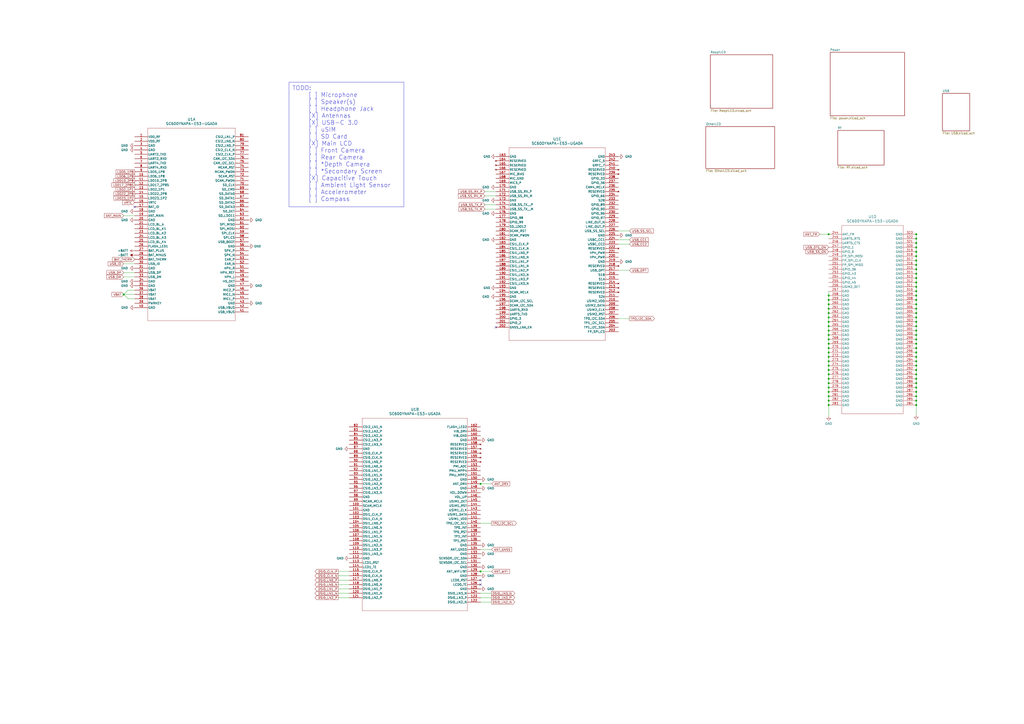
<source format=kicad_sch>
(kicad_sch (version 20230121) (generator eeschema)
  (paper "A2")
  (title_block (title "FusionX") (date "2023-08-17") (rev "1") (company "NoahGWood") (comment 1 "License: The Unlicense") (comment 2 "twitch.tv/u/noahgwood") (comment 3 "Developed Live On:") (comment 4 "SC600Y Based Smartphone"))
  (lib_symbols
    (symbol "deeznutz:SC600YNAPA-E53-UGADA" (pin_names (offset 0.254))
      (property "Reference" "U" (at 33.02 10.16 0))
      (property "Value" "SC600YNAPA-E53-UGADA" (at 33.02 7.62 0))
      (symbol "SC600YNAPA-E53-UGADA_1_1"
        (polyline (pts (xy 7.62 -106.68) (xy 58.42 -106.68)) (stroke (width 0.127)))
        (polyline (pts (xy 7.62 5.08) (xy 7.62 -106.68)) (stroke (width 0.127)))
        (polyline (pts (xy 58.42 -106.68) (xy 58.42 5.08)) (stroke (width 0.127)))
        (polyline (pts (xy 58.42 5.08) (xy 7.62 5.08)) (stroke (width 0.127)))
        (pin power_in line (at 0 0 0) (length 7.62) (name "VDD_RF") (number "1"))
        (pin power_in line (at 0 -22.86 0) (length 7.62) (name "LDO6_1P8") (number "10"))
        (pin power_in line (at 0 -25.4 0) (length 7.62) (name "LDO10_2P8") (number "11"))
        (pin power_in line (at 0 -27.94 0) (length 7.62) (name "LDO17_2P85") (number "12"))
        (pin power_in line (at 0 -30.48 0) (length 7.62) (name "LDO2_1P1") (number "13"))
        (pin power_in line (at 0 -33.02 0) (length 7.62) (name "LDO22_2P8") (number "14"))
        (pin power_in line (at 0 -35.56 0) (length 7.62) (name "LDO23_1P2") (number "15"))
        (pin power_in line (at 0 -38.1 0) (length 7.62) (name "VRTC") (number "16"))
        (pin input line (at 0 -40.64 0) (length 7.62) (name "BAT_ID") (number "17"))
        (pin power_out line (at 0 -43.18 0) (length 7.62) (name "GND") (number "18"))
        (pin bidirectional line (at 0 -45.72 0) (length 7.62) (name "ANT_MAIN") (number "19"))
        (pin power_in line (at 0 -2.54 0) (length 7.62) (name "VDD_RF") (number "2"))
        (pin power_out line (at 0 -48.26 0) (length 7.62) (name "GND") (number "20"))
        (pin power_in line (at 0 -50.8 0) (length 7.62) (name "LCD_BL_A") (number "21"))
        (pin input line (at 0 -53.34 0) (length 7.62) (name "LCD_BL_K1") (number "22"))
        (pin input line (at 0 -55.88 0) (length 7.62) (name "LCD_BL_K2") (number "23"))
        (pin input line (at 0 -58.42 0) (length 7.62) (name "LCD_BL_K3") (number "24"))
        (pin input line (at 0 -60.96 0) (length 7.62) (name "LCD_BL_K4") (number "25"))
        (pin output line (at 0 -63.5 0) (length 7.62) (name "FLASH_LED1") (number "26"))
        (pin input line (at 0 -66.04 0) (length 7.62) (name "BAT_PLUS") (number "27"))
        (pin input line (at 0 -68.58 0) (length 7.62) (name "BAT_MINUS") (number "28"))
        (pin input line (at 0 -71.12 0) (length 7.62) (name "BAT_THERM") (number "29"))
        (pin power_out line (at 0 -5.08 0) (length 7.62) (name "GND") (number "3"))
        (pin input line (at 0 -73.66 0) (length 7.62) (name "USB_ID") (number "30"))
        (pin power_out line (at 0 -76.2 0) (length 7.62) (name "GND") (number "31"))
        (pin bidirectional line (at 0 -78.74 0) (length 7.62) (name "USB_DP") (number "32"))
        (pin bidirectional line (at 0 -81.28 0) (length 7.62) (name "USB_DM") (number "33"))
        (pin power_out line (at 0 -83.82 0) (length 7.62) (name "GND") (number "34"))
        (pin power_out line (at 0 -86.36 0) (length 7.62) (name "GND") (number "35"))
        (pin power_in line (at 0 -88.9 0) (length 7.62) (name "VBAT") (number "36"))
        (pin power_in line (at 0 -91.44 0) (length 7.62) (name "VBAT") (number "37"))
        (pin power_in line (at 0 -93.98 0) (length 7.62) (name "VBAT") (number "38"))
        (pin input line (at 0 -96.52 0) (length 7.62) (name "PWRKEY") (number "39"))
        (pin power_out line (at 0 -7.62 0) (length 7.62) (name "GND") (number "4"))
        (pin power_out line (at 0 -99.06 0) (length 7.62) (name "GND") (number "40"))
        (pin power_in line (at 66.04 -101.6 180) (length 7.62) (name "USB_VBUS") (number "41"))
        (pin power_in line (at 66.04 -99.06 180) (length 7.62) (name "USB_VBUS") (number "42"))
        (pin power_out line (at 66.04 -96.52 180) (length 7.62) (name "GND") (number "43"))
        (pin input line (at 66.04 -93.98 180) (length 7.62) (name "MIC1_P") (number "44"))
        (pin input line (at 66.04 -91.44 180) (length 7.62) (name "MIC1_N") (number "45"))
        (pin input line (at 66.04 -88.9 180) (length 7.62) (name "MIC2_P") (number "46"))
        (pin power_out line (at 66.04 -86.36 180) (length 7.62) (name "GND") (number "47"))
        (pin input line (at 66.04 -83.82 180) (length 7.62) (name "HS_DET") (number "48"))
        (pin output line (at 66.04 -81.28 180) (length 7.62) (name "HPH_L") (number "49"))
        (pin output line (at 0 -10.16 0) (length 7.62) (name "UART2_TXD") (number "5"))
        (pin input line (at 66.04 -78.74 180) (length 7.62) (name "HPH_REF") (number "50"))
        (pin output line (at 66.04 -76.2 180) (length 7.62) (name "HPH_R") (number "51"))
        (pin output line (at 66.04 -73.66 180) (length 7.62) (name "EAR_N") (number "52"))
        (pin output line (at 66.04 -71.12 180) (length 7.62) (name "EAR_P") (number "53"))
        (pin output line (at 66.04 -68.58 180) (length 7.62) (name "SPK_N") (number "54"))
        (pin output line (at 66.04 -66.04 180) (length 7.62) (name "SPK_P") (number "55"))
        (pin power_out line (at 66.04 -63.5 180) (length 7.62) (name "GND") (number "56"))
        (pin input line (at 66.04 -60.96 180) (length 7.62) (name "USB_BOOT") (number "57"))
        (pin output line (at 66.04 -58.42 180) (length 7.62) (name "SPI_CS") (number "58"))
        (pin output line (at 66.04 -55.88 180) (length 7.62) (name "SPI_CLK") (number "59"))
        (pin input line (at 0 -12.7 0) (length 7.62) (name "UART2_RXD") (number "6"))
        (pin output line (at 66.04 -53.34 180) (length 7.62) (name "SPI_MOSI") (number "60"))
        (pin input line (at 66.04 -50.8 180) (length 7.62) (name "SPI_MISO") (number "61"))
        (pin power_out line (at 66.04 -48.26 180) (length 7.62) (name "GND") (number "62"))
        (pin power_in line (at 66.04 -45.72 180) (length 7.62) (name "SD_LDO11") (number "63"))
        (pin input line (at 66.04 -43.18 180) (length 7.62) (name "SD_DET") (number "64"))
        (pin bidirectional line (at 66.04 -40.64 180) (length 7.62) (name "SD_DATA3") (number "65"))
        (pin bidirectional line (at 66.04 -38.1 180) (length 7.62) (name "SD_DATA2") (number "66"))
        (pin bidirectional line (at 66.04 -35.56 180) (length 7.62) (name "SD_DATA1") (number "67"))
        (pin bidirectional line (at 66.04 -33.02 180) (length 7.62) (name "SD_DATA0") (number "68"))
        (pin bidirectional line (at 66.04 -30.48 180) (length 7.62) (name "SD_CMD") (number "69"))
        (pin output line (at 0 -15.24 0) (length 7.62) (name "UART4_TXD") (number "7"))
        (pin output line (at 66.04 -27.94 180) (length 7.62) (name "SD_CLK") (number "70"))
        (pin output line (at 66.04 -25.4 180) (length 7.62) (name "SCAM_PWDN") (number "71"))
        (pin output line (at 66.04 -22.86 180) (length 7.62) (name "SCAM_RST") (number "72"))
        (pin output line (at 66.04 -20.32 180) (length 7.62) (name "MCAM_PWDN") (number "73"))
        (pin output line (at 66.04 -17.78 180) (length 7.62) (name "MCAM_RST") (number "74"))
        (pin unspecified line (at 66.04 -15.24 180) (length 7.62) (name "CAM_I2C_SCL") (number "75"))
        (pin unspecified line (at 66.04 -12.7 180) (length 7.62) (name "CAM_I2C_SDA") (number "76"))
        (pin output line (at 66.04 -10.16 180) (length 7.62) (name "CSI2_CLK_P") (number "77"))
        (pin output line (at 66.04 -7.62 180) (length 7.62) (name "CSI2_CLK_N") (number "78"))
        (pin input line (at 66.04 -5.08 180) (length 7.62) (name "CSI2_LN0_P") (number "79"))
        (pin input line (at 0 -17.78 0) (length 7.62) (name "UART4_RXD") (number "8"))
        (pin input line (at 66.04 -2.54 180) (length 7.62) (name "CSI2_LN0_N") (number "80"))
        (pin input line (at 66.04 0 180) (length 7.62) (name "CSI2_LN1_P") (number "81"))
        (pin power_in line (at 0 -20.32 0) (length 7.62) (name "LDO5_1P8") (number "9"))
      )
      (symbol "SC600YNAPA-E53-UGADA_2_1"
        (polyline (pts (xy 7.62 -106.68) (xy 68.58 -106.68)) (stroke (width 0.127)))
        (polyline (pts (xy 7.62 5.08) (xy 7.62 -106.68)) (stroke (width 0.127)))
        (polyline (pts (xy 68.58 -106.68) (xy 68.58 5.08)) (stroke (width 0.127)))
        (polyline (pts (xy 68.58 5.08) (xy 7.62 5.08)) (stroke (width 0.127)))
        (pin output line (at 0 -45.72 0) (length 7.62) (name "SCAM_MCLK") (number "100"))
        (pin power_out line (at 0 -48.26 0) (length 7.62) (name "GND") (number "101"))
        (pin output line (at 0 -50.8 0) (length 7.62) (name "DSI1_CLK_P") (number "102"))
        (pin output line (at 0 -53.34 0) (length 7.62) (name "DSI1_CLK_N") (number "103"))
        (pin output line (at 0 -55.88 0) (length 7.62) (name "DSI1_LN0_P") (number "104"))
        (pin output line (at 0 -58.42 0) (length 7.62) (name "DSI1_LN0_N") (number "105"))
        (pin output line (at 0 -60.96 0) (length 7.62) (name "DSI1_LN1_P") (number "106"))
        (pin output line (at 0 -63.5 0) (length 7.62) (name "DSI1_LN1_N") (number "107"))
        (pin output line (at 0 -66.04 0) (length 7.62) (name "DSI1_LN2_P") (number "108"))
        (pin output line (at 0 -68.58 0) (length 7.62) (name "DSI1_LN2_N") (number "109"))
        (pin output line (at 0 -71.12 0) (length 7.62) (name "DSI1_LN3_P") (number "110"))
        (pin output line (at 0 -73.66 0) (length 7.62) (name "DSI1_LN3_N") (number "111"))
        (pin power_out line (at 0 -76.2 0) (length 7.62) (name "GND") (number "112"))
        (pin output line (at 0 -78.74 0) (length 7.62) (name "LCD1_RST") (number "113"))
        (pin output line (at 0 -81.28 0) (length 7.62) (name "LCD1_TE") (number "114"))
        (pin output line (at 0 -83.82 0) (length 7.62) (name "DSI0_CLK_P") (number "115"))
        (pin output line (at 0 -86.36 0) (length 7.62) (name "DSI0_CLK_N") (number "116"))
        (pin output line (at 0 -88.9 0) (length 7.62) (name "DSI0_LN0_P") (number "117"))
        (pin output line (at 0 -91.44 0) (length 7.62) (name "DSI0_LN0_N") (number "118"))
        (pin output line (at 0 -93.98 0) (length 7.62) (name "DSI0_LN1_P") (number "119"))
        (pin output line (at 0 -96.52 0) (length 7.62) (name "DSI0_LN1_N") (number "120"))
        (pin output line (at 0 -99.06 0) (length 7.62) (name "DSI0_LN2_P") (number "121"))
        (pin output line (at 76.2 -101.6 180) (length 7.62) (name "DSI0_LN2_N") (number "122"))
        (pin output line (at 76.2 -99.06 180) (length 7.62) (name "DSI0_LN3_P") (number "123"))
        (pin output line (at 76.2 -96.52 180) (length 7.62) (name "DSI0_LN3_N") (number "124"))
        (pin power_out line (at 76.2 -93.98 180) (length 7.62) (name "GND") (number "125"))
        (pin input line (at 76.2 -91.44 180) (length 7.62) (name "LCD0_TE") (number "126"))
        (pin output line (at 76.2 -88.9 180) (length 7.62) (name "LCD0_RST") (number "127"))
        (pin power_out line (at 76.2 -86.36 180) (length 7.62) (name "GND") (number "128"))
        (pin bidirectional line (at 76.2 -83.82 180) (length 7.62) (name "ANT_WIFI/BT") (number "129"))
        (pin power_out line (at 76.2 -81.28 180) (length 7.62) (name "GND") (number "130"))
        (pin unspecified line (at 76.2 -78.74 180) (length 7.62) (name "SENSOR_I2C_SCL") (number "131"))
        (pin unspecified line (at 76.2 -76.2 180) (length 7.62) (name "SENSOR_I2C_SDA") (number "132"))
        (pin power_out line (at 76.2 -73.66 180) (length 7.62) (name "GND") (number "133"))
        (pin input line (at 76.2 -71.12 180) (length 7.62) (name "ANT_GNSS") (number "134"))
        (pin power_out line (at 76.2 -68.58 180) (length 7.62) (name "GND") (number "135"))
        (pin output line (at 76.2 -66.04 180) (length 7.62) (name "TP1_RST") (number "136"))
        (pin input line (at 76.2 -63.5 180) (length 7.62) (name "TP1_INT") (number "137"))
        (pin output line (at 76.2 -60.96 180) (length 7.62) (name "TP0_RST") (number "138"))
        (pin input line (at 76.2 -58.42 180) (length 7.62) (name "TP0_INT") (number "139"))
        (pin unspecified line (at 76.2 -55.88 180) (length 7.62) (name "TP0_I2C_SCL") (number "140"))
        (pin power_in line (at 76.2 -53.34 180) (length 7.62) (name "USIM1_VDD") (number "141"))
        (pin bidirectional line (at 76.2 -50.8 180) (length 7.62) (name "USIM1_DATA") (number "142"))
        (pin output line (at 76.2 -48.26 180) (length 7.62) (name "USIM1_CLK") (number "143"))
        (pin output line (at 76.2 -45.72 180) (length 7.62) (name "USIM1_RST") (number "144"))
        (pin input line (at 76.2 -43.18 180) (length 7.62) (name "USIM1_DET") (number "145"))
        (pin input line (at 76.2 -40.64 180) (length 7.62) (name "VOL_UP") (number "146"))
        (pin input line (at 76.2 -38.1 180) (length 7.62) (name "VOL_DOWN") (number "147"))
        (pin power_out line (at 76.2 -35.56 180) (length 7.62) (name "GND") (number "148"))
        (pin input line (at 76.2 -33.02 180) (length 7.62) (name "ANT_DRX") (number "149"))
        (pin power_out line (at 76.2 -30.48 180) (length 7.62) (name "GND") (number "150"))
        (pin input line (at 76.2 -27.94 180) (length 7.62) (name "PMU_MPP2") (number "151"))
        (pin output line (at 76.2 -25.4 180) (length 7.62) (name "PMU_MPP4") (number "152"))
        (pin input line (at 76.2 -22.86 180) (length 7.62) (name "PMI_ADC") (number "153"))
        (pin no_connect line (at 76.2 -20.32 180) (length 7.62) (name "RESERVED") (number "154"))
        (pin no_connect line (at 76.2 -17.78 180) (length 7.62) (name "RESERVED") (number "155"))
        (pin no_connect line (at 76.2 -15.24 180) (length 7.62) (name "RESERVED") (number "156"))
        (pin no_connect line (at 76.2 -12.7 180) (length 7.62) (name "RESERVED") (number "157"))
        (pin no_connect line (at 76.2 -10.16 180) (length 7.62) (name "RESERVED") (number "158"))
        (pin power_out line (at 76.2 -7.62 180) (length 7.62) (name "GND") (number "159"))
        (pin power_out line (at 76.2 -5.08 180) (length 7.62) (name "VIB_GND") (number "160"))
        (pin power_in line (at 76.2 -2.54 180) (length 7.62) (name "VIB_DRV") (number "161"))
        (pin output line (at 76.2 0 180) (length 7.62) (name "FLASH_LED2") (number "162"))
        (pin input line (at 0 0 0) (length 7.62) (name "CSI2_LN1_N") (number "82"))
        (pin input line (at 0 -2.54 0) (length 7.62) (name "CSI2_LN2_P") (number "83"))
        (pin input line (at 0 -5.08 0) (length 7.62) (name "CSI2_LN2_N") (number "84"))
        (pin input line (at 0 -7.62 0) (length 7.62) (name "CSI2_LN3_P") (number "85"))
        (pin input line (at 0 -10.16 0) (length 7.62) (name "CSI2_LN3_N") (number "86"))
        (pin power_out line (at 0 -12.7 0) (length 7.62) (name "GND") (number "87"))
        (pin output line (at 0 -15.24 0) (length 7.62) (name "CSI0_CLK_P") (number "88"))
        (pin output line (at 0 -17.78 0) (length 7.62) (name "CSI0_CLK_N") (number "89"))
        (pin input line (at 0 -20.32 0) (length 7.62) (name "CSI0_LN0_P") (number "90"))
        (pin input line (at 0 -22.86 0) (length 7.62) (name "CSI0_LN0_N") (number "91"))
        (pin input line (at 0 -25.4 0) (length 7.62) (name "CSI0_LN1_P") (number "92"))
        (pin input line (at 0 -27.94 0) (length 7.62) (name "CSI0_LN1_N") (number "93"))
        (pin input line (at 0 -30.48 0) (length 7.62) (name "CSI0_LN2_P") (number "94"))
        (pin input line (at 0 -33.02 0) (length 7.62) (name "CSI0_LN2_N") (number "95"))
        (pin input line (at 0 -35.56 0) (length 7.62) (name "CSI0_LN3_P") (number "96"))
        (pin input line (at 0 -38.1 0) (length 7.62) (name "CSI0_LN3_N") (number "97"))
        (pin power_out line (at 0 -40.64 0) (length 7.62) (name "GND") (number "98"))
        (pin output line (at 0 -43.18 0) (length 7.62) (name "MCAM_MCLK") (number "99"))
      )
      (symbol "SC600YNAPA-E53-UGADA_3_1"
        (polyline (pts (xy 7.62 -106.68) (xy 63.5 -106.68)) (stroke (width 0.127)))
        (polyline (pts (xy 7.62 5.08) (xy 7.62 -106.68)) (stroke (width 0.127)))
        (polyline (pts (xy 63.5 -106.68) (xy 63.5 5.08)) (stroke (width 0.127)))
        (polyline (pts (xy 63.5 5.08) (xy 7.62 5.08)) (stroke (width 0.127)))
        (pin power_out line (at 0 0 0) (length 7.62) (name "GND") (number "163"))
        (pin no_connect line (at 0 -2.54 0) (length 7.62) (name "RESERVED") (number "164"))
        (pin no_connect line (at 0 -5.08 0) (length 7.62) (name "RESERVED") (number "165"))
        (pin no_connect line (at 0 -7.62 0) (length 7.62) (name "RESERVED") (number "166"))
        (pin output line (at 0 -10.16 0) (length 7.62) (name "MIC_BIAS") (number "167"))
        (pin power_out line (at 0 -12.7 0) (length 7.62) (name "MIC_GND") (number "168"))
        (pin input line (at 0 -15.24 0) (length 7.62) (name "MIC3_P") (number "169"))
        (pin power_out line (at 0 -17.78 0) (length 7.62) (name "GND") (number "170"))
        (pin input line (at 0 -20.32 0) (length 7.62) (name "USB_SS_RX_P") (number "171"))
        (pin input line (at 0 -22.86 0) (length 7.62) (name "USB_SS_RX_M") (number "172"))
        (pin power_out line (at 0 -25.4 0) (length 7.62) (name "GND") (number "173"))
        (pin output line (at 0 -27.94 0) (length 7.62) (name "USB_SS_TX__P") (number "174"))
        (pin output line (at 0 -30.48 0) (length 7.62) (name "USB_SS_TX__M") (number "175"))
        (pin power_out line (at 0 -33.02 0) (length 7.62) (name "GND") (number "176"))
        (pin bidirectional line (at 0 -35.56 0) (length 7.62) (name "GPIO_98") (number "177"))
        (pin bidirectional line (at 0 -38.1 0) (length 7.62) (name "GPIO_99") (number "178"))
        (pin power_in line (at 0 -40.64 0) (length 7.62) (name "SD_LDO12") (number "179"))
        (pin output line (at 0 -43.18 0) (length 7.62) (name "DCAM_RST") (number "180"))
        (pin output line (at 0 -45.72 0) (length 7.62) (name "DCAM_PWDN") (number "181"))
        (pin power_out line (at 0 -48.26 0) (length 7.62) (name "GND") (number "182"))
        (pin input line (at 0 -50.8 0) (length 7.62) (name "CSI1_CLK_P") (number "183"))
        (pin input line (at 0 -53.34 0) (length 7.62) (name "CSI1_CLK_N") (number "184"))
        (pin input line (at 0 -55.88 0) (length 7.62) (name "CSI1_LN0_P") (number "185"))
        (pin input line (at 0 -58.42 0) (length 7.62) (name "CSI1_LN0_N") (number "186"))
        (pin input line (at 0 -60.96 0) (length 7.62) (name "CSI1_LN1_P") (number "187"))
        (pin input line (at 0 -63.5 0) (length 7.62) (name "CSI1_LN1_N") (number "188"))
        (pin input line (at 0 -66.04 0) (length 7.62) (name "CSI1_LN2_P") (number "189"))
        (pin input line (at 0 -68.58 0) (length 7.62) (name "CSI1_LN2_N") (number "190"))
        (pin input line (at 0 -71.12 0) (length 7.62) (name "CSI1_LN3_P") (number "191"))
        (pin input line (at 0 -73.66 0) (length 7.62) (name "CSI1_LN3_N") (number "192"))
        (pin power_out line (at 0 -76.2 0) (length 7.62) (name "GND") (number "193"))
        (pin output line (at 0 -78.74 0) (length 7.62) (name "DCAM_MCLK") (number "194"))
        (pin power_out line (at 0 -81.28 0) (length 7.62) (name "GND") (number "195"))
        (pin unspecified line (at 0 -83.82 0) (length 7.62) (name "DCAM_I2C_SCL") (number "196"))
        (pin unspecified line (at 0 -86.36 0) (length 7.62) (name "DCAM_I2C_SDA") (number "197"))
        (pin input line (at 0 -88.9 0) (length 7.62) (name "UART5_RXD") (number "198"))
        (pin output line (at 0 -91.44 0) (length 7.62) (name "UART5_TXD") (number "199"))
        (pin bidirectional line (at 0 -93.98 0) (length 7.62) (name "GPIO_3") (number "200"))
        (pin bidirectional line (at 0 -96.52 0) (length 7.62) (name "GPIO_2") (number "201"))
        (pin output line (at 0 -99.06 0) (length 7.62) (name "GNSS_LNA_EN") (number "202"))
        (pin output line (at 71.12 -101.6 180) (length 7.62) (name "FP_SPI_CS") (number "203"))
        (pin unspecified line (at 71.12 -99.06 180) (length 7.62) (name "TP1_I2C_SDA") (number "204"))
        (pin unspecified line (at 71.12 -96.52 180) (length 7.62) (name "TP1_I2C_SCL") (number "205"))
        (pin unspecified line (at 71.12 -93.98 180) (length 7.62) (name "TP0_I2C_SDA") (number "206"))
        (pin output line (at 71.12 -91.44 180) (length 7.62) (name "USIM2_RST") (number "207"))
        (pin output line (at 71.12 -88.9 180) (length 7.62) (name "USIM2_CLK") (number "208"))
        (pin bidirectional line (at 71.12 -86.36 180) (length 7.62) (name "USIM2_DATA") (number "209"))
        (pin power_in line (at 71.12 -83.82 180) (length 7.62) (name "USIM2_VDD") (number "210"))
        (pin unspecified line (at 71.12 -81.28 180) (length 7.62) (name "S2A") (number "211"))
        (pin no_connect line (at 71.12 -78.74 180) (length 7.62) (name "RESERVED") (number "212"))
        (pin no_connect line (at 71.12 -76.2 180) (length 7.62) (name "RESERVED") (number "213"))
        (pin no_connect line (at 71.12 -73.66 180) (length 7.62) (name "RESERVED") (number "214"))
        (pin unspecified line (at 71.12 -71.12 180) (length 7.62) (name "S1A") (number "215"))
        (pin unspecified line (at 71.12 -68.58 180) (length 7.62) (name "S1B") (number "216"))
        (pin unspecified line (at 71.12 -66.04 180) (length 7.62) (name "USB_OPT") (number "217"))
        (pin no_connect line (at 71.12 -63.5 180) (length 7.62) (name "RESERVED") (number "218"))
        (pin power_out line (at 71.12 -60.96 180) (length 7.62) (name "GND") (number "219"))
        (pin power_in line (at 71.12 -58.42 180) (length 7.62) (name "VPH_PWR") (number "220"))
        (pin power_in line (at 71.12 -55.88 180) (length 7.62) (name "VPH_PWR") (number "221"))
        (pin no_connect line (at 71.12 -53.34 180) (length 7.62) (name "RESERVED") (number "222"))
        (pin input line (at 71.12 -50.8 180) (length 7.62) (name "USBC_CC2") (number "223"))
        (pin input line (at 71.12 -48.26 180) (length 7.62) (name "USBC_CC1") (number "224"))
        (pin power_out line (at 71.12 -45.72 180) (length 7.62) (name "GND") (number "225"))
        (pin output line (at 71.12 -43.18 180) (length 7.62) (name "USB_SS_SEL") (number "226"))
        (pin output line (at 71.12 -40.64 180) (length 7.62) (name "LINE_OUT_P") (number "227"))
        (pin output line (at 71.12 -38.1 180) (length 7.62) (name "LINE_OUT_N") (number "228"))
        (pin bidirectional line (at 71.12 -35.56 180) (length 7.62) (name "GPIO_97") (number "229"))
        (pin bidirectional line (at 71.12 -33.02 180) (length 7.62) (name "GPIO_96") (number "230"))
        (pin bidirectional line (at 71.12 -30.48 180) (length 7.62) (name "GPIO_90") (number "231"))
        (pin bidirectional line (at 71.12 -27.94 180) (length 7.62) (name "GPIO_89") (number "232"))
        (pin unspecified line (at 71.12 -25.4 180) (length 7.62) (name "S2B") (number "233"))
        (pin bidirectional line (at 71.12 -22.86 180) (length 7.62) (name "GPIO_66") (number "234"))
        (pin no_connect line (at 71.12 -20.32 180) (length 7.62) (name "RESERVED") (number "235"))
        (pin output line (at 71.12 -17.78 180) (length 7.62) (name "CAM4_MCLK") (number "236"))
        (pin bidirectional line (at 71.12 -15.24 180) (length 7.62) (name "GPIO_36") (number "237"))
        (pin bidirectional line (at 71.12 -12.7 180) (length 7.62) (name "GPIO_33") (number "238"))
        (pin no_connect line (at 71.12 -10.16 180) (length 7.62) (name "RESERVED") (number "239"))
        (pin no_connect line (at 71.12 -7.62 180) (length 7.62) (name "RESERVED") (number "240"))
        (pin bidirectional line (at 71.12 -5.08 180) (length 7.62) (name "GRFC_7") (number "241"))
        (pin bidirectional line (at 71.12 -2.54 180) (length 7.62) (name "GRFC_5") (number "242"))
        (pin power_out line (at 71.12 0 180) (length 7.62) (name "GND") (number "243"))
      )
      (symbol "SC600YNAPA-E53-UGADA_4_1"
        (polyline (pts (xy 7.62 -104.14) (xy 43.18 -104.14)) (stroke (width 0.127)))
        (polyline (pts (xy 7.62 5.08) (xy 7.62 -104.14)) (stroke (width 0.127)))
        (polyline (pts (xy 43.18 -104.14) (xy 43.18 5.08)) (stroke (width 0.127)))
        (polyline (pts (xy 43.18 5.08) (xy 7.62 5.08)) (stroke (width 0.127)))
        (pin input line (at 0 0 0) (length 7.62) (name "ANT_FM") (number "244"))
        (pin output line (at 0 -2.54 0) (length 7.62) (name "UART5_RTS") (number "245"))
        (pin input line (at 0 -5.08 0) (length 7.62) (name "UART5_CTS") (number "246"))
        (pin bidirectional line (at 0 -7.62 0) (length 7.62) (name "GPIO_1") (number "247"))
        (pin bidirectional line (at 0 -10.16 0) (length 7.62) (name "GPIO_0") (number "248"))
        (pin output line (at 0 -12.7 0) (length 7.62) (name "FP_SPI_MOSI") (number "249"))
        (pin output line (at 0 -15.24 0) (length 7.62) (name "FP_SPI_CLK") (number "250"))
        (pin input line (at 0 -17.78 0) (length 7.62) (name "FP_SPI_MISO") (number "251"))
        (pin bidirectional line (at 0 -20.32 0) (length 7.62) (name "GPIO_36") (number "252"))
        (pin bidirectional line (at 0 -22.86 0) (length 7.62) (name "GPIO_43") (number "253"))
        (pin bidirectional line (at 0 -25.4 0) (length 7.62) (name "GPIO_44") (number "254"))
        (pin bidirectional line (at 0 -27.94 0) (length 7.62) (name "GPIO_45") (number "255"))
        (pin input line (at 0 -30.48 0) (length 7.62) (name "USIM2_DET") (number "256"))
        (pin power_out line (at 0 -33.02 0) (length 7.62) (name "GND") (number "257"))
        (pin power_out line (at 0 -35.56 0) (length 7.62) (name "GND") (number "258"))
        (pin power_out line (at 0 -38.1 0) (length 7.62) (name "GND") (number "259"))
        (pin power_out line (at 0 -40.64 0) (length 7.62) (name "GND") (number "260"))
        (pin power_out line (at 0 -43.18 0) (length 7.62) (name "GND") (number "261"))
        (pin power_out line (at 0 -45.72 0) (length 7.62) (name "GND") (number "262"))
        (pin power_out line (at 0 -48.26 0) (length 7.62) (name "GND") (number "263"))
        (pin power_out line (at 0 -50.8 0) (length 7.62) (name "GND") (number "264"))
        (pin power_out line (at 0 -53.34 0) (length 7.62) (name "GND") (number "265"))
        (pin power_out line (at 0 -55.88 0) (length 7.62) (name "GND") (number "266"))
        (pin power_out line (at 0 -58.42 0) (length 7.62) (name "GND") (number "267"))
        (pin power_out line (at 0 -60.96 0) (length 7.62) (name "GND") (number "268"))
        (pin power_out line (at 0 -63.5 0) (length 7.62) (name "GND") (number "269"))
        (pin power_out line (at 0 -66.04 0) (length 7.62) (name "GND") (number "270"))
        (pin power_out line (at 0 -68.58 0) (length 7.62) (name "GND") (number "271"))
        (pin power_out line (at 0 -71.12 0) (length 7.62) (name "GND") (number "272"))
        (pin power_out line (at 0 -73.66 0) (length 7.62) (name "GND") (number "273"))
        (pin power_out line (at 0 -76.2 0) (length 7.62) (name "GND") (number "274"))
        (pin power_out line (at 0 -78.74 0) (length 7.62) (name "GND") (number "275"))
        (pin power_out line (at 0 -81.28 0) (length 7.62) (name "GND") (number "276"))
        (pin power_out line (at 0 -83.82 0) (length 7.62) (name "GND") (number "277"))
        (pin power_out line (at 0 -86.36 0) (length 7.62) (name "GND") (number "278"))
        (pin power_out line (at 0 -88.9 0) (length 7.62) (name "GND") (number "279"))
        (pin power_out line (at 0 -91.44 0) (length 7.62) (name "GND") (number "280"))
        (pin power_out line (at 0 -93.98 0) (length 7.62) (name "GND") (number "281"))
        (pin power_out line (at 0 -96.52 0) (length 7.62) (name "GND") (number "282"))
        (pin power_out line (at 0 -99.06 0) (length 7.62) (name "GND") (number "283"))
        (pin power_out line (at 50.8 -99.06 180) (length 7.62) (name "GND") (number "284"))
        (pin power_out line (at 50.8 -96.52 180) (length 7.62) (name "GND") (number "285"))
        (pin power_out line (at 50.8 -93.98 180) (length 7.62) (name "GND") (number "286"))
        (pin power_out line (at 50.8 -91.44 180) (length 7.62) (name "GND") (number "287"))
        (pin power_out line (at 50.8 -88.9 180) (length 7.62) (name "GND") (number "288"))
        (pin power_out line (at 50.8 -86.36 180) (length 7.62) (name "GND") (number "289"))
        (pin power_out line (at 50.8 -83.82 180) (length 7.62) (name "GND") (number "290"))
        (pin power_out line (at 50.8 -81.28 180) (length 7.62) (name "GND") (number "291"))
        (pin power_out line (at 50.8 -78.74 180) (length 7.62) (name "GND") (number "292"))
        (pin power_out line (at 50.8 -76.2 180) (length 7.62) (name "GND") (number "293"))
        (pin power_out line (at 50.8 -73.66 180) (length 7.62) (name "GND") (number "294"))
        (pin power_out line (at 50.8 -71.12 180) (length 7.62) (name "GND") (number "295"))
        (pin power_out line (at 50.8 -68.58 180) (length 7.62) (name "GND") (number "296"))
        (pin power_out line (at 50.8 -66.04 180) (length 7.62) (name "GND") (number "297"))
        (pin power_out line (at 50.8 -63.5 180) (length 7.62) (name "GND") (number "298"))
        (pin power_out line (at 50.8 -60.96 180) (length 7.62) (name "GND") (number "299"))
        (pin power_out line (at 50.8 -58.42 180) (length 7.62) (name "GND") (number "300"))
        (pin power_out line (at 50.8 -55.88 180) (length 7.62) (name "GND") (number "301"))
        (pin power_out line (at 50.8 -53.34 180) (length 7.62) (name "GND") (number "302"))
        (pin power_out line (at 50.8 -50.8 180) (length 7.62) (name "GND") (number "303"))
        (pin power_out line (at 50.8 -48.26 180) (length 7.62) (name "GND") (number "304"))
        (pin power_out line (at 50.8 -45.72 180) (length 7.62) (name "GND") (number "305"))
        (pin power_out line (at 50.8 -43.18 180) (length 7.62) (name "GND") (number "306"))
        (pin power_out line (at 50.8 -40.64 180) (length 7.62) (name "GND") (number "307"))
        (pin power_out line (at 50.8 -38.1 180) (length 7.62) (name "GND") (number "308"))
        (pin power_out line (at 50.8 -35.56 180) (length 7.62) (name "GND") (number "309"))
        (pin power_out line (at 50.8 -33.02 180) (length 7.62) (name "GND") (number "310"))
        (pin power_out line (at 50.8 -30.48 180) (length 7.62) (name "GND") (number "311"))
        (pin power_out line (at 50.8 -27.94 180) (length 7.62) (name "GND") (number "312"))
        (pin power_out line (at 50.8 -25.4 180) (length 7.62) (name "GND") (number "313"))
        (pin power_out line (at 50.8 -22.86 180) (length 7.62) (name "GND") (number "314"))
        (pin power_out line (at 50.8 -20.32 180) (length 7.62) (name "GND") (number "315"))
        (pin power_out line (at 50.8 -17.78 180) (length 7.62) (name "GND") (number "316"))
        (pin power_out line (at 50.8 -15.24 180) (length 7.62) (name "GND") (number "317"))
        (pin power_out line (at 50.8 -12.7 180) (length 7.62) (name "GND") (number "318"))
        (pin power_out line (at 50.8 -10.16 180) (length 7.62) (name "GND") (number "319"))
        (pin power_out line (at 50.8 -7.62 180) (length 7.62) (name "GND") (number "320"))
        (pin power_out line (at 50.8 -5.08 180) (length 7.62) (name "GND") (number "321"))
        (pin power_out line (at 50.8 -2.54 180) (length 7.62) (name "GND") (number "322"))
        (pin power_out line (at 50.8 0 180) (length 7.62) (name "GND") (number "323"))
      )
    )
    (symbol "power:+BATT" (power) (pin_names (offset 0))
      (property "Value" "+BATT" (at 0 3.556 0))
      (symbol "+BATT_0_1"
        (polyline (pts (xy -0.762 1.27) (xy 0 2.54)))
        (polyline (pts (xy 0 0) (xy 0 2.54)))
        (polyline (pts (xy 0 2.54) (xy 0.762 1.27)))
      )
      (symbol "+BATT_1_1"
        (pin power_in line (at 0 0 90) (length 0) hide (name "+BATT") (number "1"))
      )
    )
    (symbol "power:-BATT" (power) (pin_names (offset 0))
      (property "Value" "-BATT" (at 0 3.556 0))
      (symbol "-BATT_0_1"
        (polyline (pts (xy 0 0) (xy 0 2.54)))
        (polyline (pts (xy 0.762 1.27) (xy -0.762 1.27) (xy 0 2.54) (xy 0.762 1.27)) (fill (type outline)))
      )
      (symbol "-BATT_1_1"
        (pin power_in line (at 0 0 90) (length 0) hide (name "-BATT") (number "1"))
      )
    )
    (symbol "power:GND" (power) (pin_names (offset 0))
      (property "Value" "GND" (at 0 -3.81 0))
      (symbol "GND_0_1"
        (polyline (pts (xy 0 0) (xy 0 -1.27) (xy 1.27 -1.27) (xy 0 -2.54) (xy -1.27 -1.27) (xy 0 -1.27)))
      )
      (symbol "GND_1_1"
        (pin power_in line (at 0 0 270) (length 0) hide (name "GND") (number "1"))
      )
    )
  )
  (junction (at 480.695 184.15))
  (junction (at 531.495 207.01))
  (junction (at 278.765 280.67))
  (junction (at 531.495 186.69))
  (junction (at 531.495 168.91))
  (junction (at 531.495 234.95))
  (junction (at 531.495 158.75))
  (junction (at 480.695 194.31))
  (junction (at 531.495 191.77))
  (junction (at 531.495 224.79))
  (junction (at 531.495 173.99))
  (junction (at 531.495 201.93))
  (junction (at 531.495 196.85))
  (junction (at 531.495 181.61))
  (junction (at 531.495 171.45))
  (junction (at 480.695 191.77))
  (junction (at 531.495 227.33))
  (junction (at 531.495 189.23))
  (junction (at 480.695 181.61))
  (junction (at 480.695 209.55))
  (junction (at 531.495 138.43))
  (junction (at 480.695 173.99))
  (junction (at 531.495 222.25))
  (junction (at 531.495 229.87))
  (junction (at 531.495 151.13))
  (junction (at 531.495 153.67))
  (junction (at 480.695 135.89))
  (junction (at 531.495 166.37))
  (junction (at 531.495 184.15))
  (junction (at 531.495 199.39))
  (junction (at 531.495 204.47))
  (junction (at 480.695 227.33))
  (junction (at 480.695 224.79))
  (junction (at 480.695 217.17))
  (junction (at 278.765 331.47))
  (junction (at 480.695 234.95))
  (junction (at 531.495 156.21))
  (junction (at 531.495 217.17))
  (junction (at 531.495 179.07))
  (junction (at 71.755 170.815))
  (junction (at 531.495 232.41))
  (junction (at 531.495 194.31))
  (junction (at 480.695 199.39))
  (junction (at 531.495 163.83))
  (junction (at 531.495 135.89))
  (junction (at 480.695 189.23))
  (junction (at 531.495 140.97))
  (junction (at 531.495 214.63))
  (junction (at 480.695 201.93))
  (junction (at 531.495 219.71))
  (junction (at 531.495 209.55))
  (junction (at 531.495 148.59))
  (junction (at 480.695 232.41))
  (junction (at 480.695 229.87))
  (junction (at 480.695 179.07))
  (junction (at 480.695 176.53))
  (junction (at 480.695 212.09))
  (junction (at 531.495 146.05))
  (junction (at 480.695 214.63))
  (junction (at 480.695 171.45))
  (junction (at 531.495 212.09))
  (junction (at 531.495 176.53))
  (junction (at 480.695 219.71))
  (junction (at 480.695 207.01))
  (junction (at 480.695 222.25))
  (junction (at 480.695 186.69))
  (junction (at 480.695 196.85))
  (junction (at 531.495 143.51))
  (junction (at 531.495 161.29))
  (junction (at 480.695 204.47))
  (no_connect (at 287.655 189.865))
  (no_connect (at 278.765 339.09))
  (no_connect (at 278.765 336.55))
  (no_connect (at 78.105 120.015))
  (wire (pts (xy 531.495 173.99) (xy 531.495 176.53)))
  (wire (pts (xy 531.495 201.93) (xy 531.495 204.47)))
  (wire (pts (xy 71.755 125.095) (xy 78.105 125.095)))
  (wire (pts (xy 531.495 217.17) (xy 531.495 219.71)))
  (wire (pts (xy 480.695 191.77) (xy 480.695 194.31)))
  (wire (pts (xy 480.695 217.17) (xy 480.695 219.71)))
  (wire (pts (xy 531.495 207.01) (xy 531.495 209.55)))
  (wire (pts (xy 531.495 158.75) (xy 531.495 161.29)))
  (wire (pts (xy 531.495 189.23) (xy 531.495 191.77)))
  (wire (pts (xy 531.495 135.89) (xy 531.495 138.43)))
  (wire (pts (xy 531.495 212.09) (xy 531.495 214.63)))
  (wire (pts (xy 480.695 176.53) (xy 480.695 179.07)))
  (wire (pts (xy 71.755 158.115) (xy 78.105 158.115)))
  (wire (pts (xy 480.695 204.47) (xy 480.695 207.01)))
  (wire (pts (xy 285.115 346.71) (xy 278.765 346.71)))
  (wire (pts (xy 531.495 219.71) (xy 531.495 222.25)))
  (wire (pts (xy 531.495 181.61) (xy 531.495 184.15)))
  (wire (pts (xy 196.215 339.09) (xy 202.565 339.09)))
  (wire (pts (xy 531.495 232.41) (xy 531.495 234.95)))
  (wire (pts (xy 78.105 173.355) (xy 74.295 173.355)))
  (wire (pts (xy 480.695 234.95) (xy 480.695 241.3)))
  (wire (pts (xy 365.125 156.845) (xy 358.775 156.845)))
  (wire (pts (xy 531.495 209.55) (xy 531.495 212.09)))
  (wire (pts (xy 531.495 146.05) (xy 531.495 148.59)))
  (wire (pts (xy 278.7396 280.67) (xy 278.765 280.67)))
  (wire (pts (xy 531.495 156.21) (xy 531.495 158.75)))
  (wire (pts (xy 480.695 171.45) (xy 480.695 173.99)))
  (wire (pts (xy 480.695 189.23) (xy 480.695 191.77)))
  (wire (pts (xy 531.495 140.97) (xy 531.495 143.51)))
  (wire (pts (xy 285.115 344.17) (xy 278.765 344.17)))
  (wire (pts (xy 531.495 222.25) (xy 531.495 224.79)))
  (wire (pts (xy 531.495 214.63) (xy 531.495 217.17)))
  (wire (pts (xy 278.765 280.67) (xy 285.242 280.67)))
  (wire (pts (xy 480.695 181.61) (xy 480.695 184.15)))
  (wire (pts (xy 74.295 173.355) (xy 71.755 170.815)))
  (wire (pts (xy 480.695 173.99) (xy 480.695 176.53)))
  (wire (pts (xy 480.695 184.15) (xy 480.695 186.69)))
  (wire (pts (xy 531.495 138.43) (xy 531.495 140.97)))
  (wire (pts (xy 531.495 194.31) (xy 531.495 196.85)))
  (wire (pts (xy 480.695 186.69) (xy 480.695 189.23)))
  (wire (pts (xy 480.695 179.07) (xy 480.695 181.61)))
  (wire (pts (xy 531.495 151.13) (xy 531.495 153.67)))
  (wire (pts (xy 278.765 318.77) (xy 285.115 318.77)))
  (wire (pts (xy 196.215 346.71) (xy 202.565 346.71)))
  (wire (pts (xy 196.215 334.01) (xy 202.565 334.01)))
  (wire (pts (xy 480.695 219.71) (xy 480.695 222.25)))
  (wire (pts (xy 480.695 201.93) (xy 480.695 204.47)))
  (wire (pts (xy 480.695 212.09) (xy 480.695 214.63)))
  (wire (pts (xy 480.695 135.89) (xy 480.7204 135.89)))
  (wire (pts (xy 531.495 163.83) (xy 531.495 166.37)))
  (wire (pts (xy 365.125 133.985) (xy 358.775 133.985)))
  (wire (pts (xy 531.495 204.47) (xy 531.495 207.01)))
  (wire (pts (xy 71.755 170.815) (xy 78.105 170.815)))
  (wire (pts (xy 278.638 331.47) (xy 278.765 331.47)))
  (wire (pts (xy 531.495 229.87) (xy 531.495 232.41)))
  (wire (pts (xy 78.105 168.275) (xy 74.295 168.275)))
  (wire (pts (xy 480.695 227.33) (xy 480.695 229.87)))
  (wire (pts (xy 480.695 207.01) (xy 480.695 209.55)))
  (wire (pts (xy 480.695 196.85) (xy 480.695 199.39)))
  (wire (pts (xy 71.755 160.655) (xy 78.105 160.655)))
  (wire (pts (xy 285.115 303.53) (xy 278.765 303.53)))
  (wire (pts (xy 531.495 227.33) (xy 531.495 229.87)))
  (wire (pts (xy 365.125 184.785) (xy 358.775 184.785)))
  (wire (pts (xy 365.125 141.605) (xy 358.775 141.605)))
  (wire (pts (xy 480.695 194.31) (xy 480.695 196.85)))
  (wire (pts (xy 531.495 184.15) (xy 531.495 186.69)))
  (wire (pts (xy 475.488 135.89) (xy 480.695 135.89)))
  (wire (pts (xy 196.215 341.63) (xy 202.565 341.63)))
  (wire (pts (xy 196.215 336.55) (xy 202.565 336.55)))
  (wire (pts (xy 196.215 344.17) (xy 202.565 344.17)))
  (wire (pts (xy 71.755 153.035) (xy 78.105 153.035)))
  (wire (pts (xy 281.305 118.745) (xy 287.655 118.745)))
  (wire (pts (xy 365.125 139.065) (xy 358.775 139.065)))
  (wire (pts (xy 480.695 232.41) (xy 480.695 234.95)))
  (wire (pts (xy 531.495 148.59) (xy 531.495 151.13)))
  (wire (pts (xy 531.495 153.67) (xy 531.495 156.21)))
  (wire (pts (xy 480.695 222.25) (xy 480.695 224.79)))
  (wire (pts (xy 531.495 176.53) (xy 531.495 179.07)))
  (wire (pts (xy 480.695 168.91) (xy 480.695 171.45)))
  (wire (pts (xy 74.295 168.275) (xy 71.755 170.815)))
  (wire (pts (xy 480.695 214.63) (xy 480.695 217.17)))
  (wire (pts (xy 281.305 113.665) (xy 287.655 113.665)))
  (wire (pts (xy 196.215 331.47) (xy 202.565 331.47)))
  (wire (pts (xy 531.495 199.39) (xy 531.495 201.93)))
  (wire (pts (xy 531.495 179.07) (xy 531.495 181.61)))
  (wire (pts (xy 531.495 186.69) (xy 531.495 189.23)))
  (wire (pts (xy 531.495 168.91) (xy 531.495 171.45)))
  (wire (pts (xy 285.115 349.25) (xy 278.765 349.25)))
  (wire (pts (xy 278.765 331.47) (xy 285.115 331.47)))
  (wire (pts (xy 480.695 224.79) (xy 480.695 227.33)))
  (wire (pts (xy 480.695 229.87) (xy 480.695 232.41)))
  (wire (pts (xy 531.495 143.51) (xy 531.495 146.05)))
  (wire (pts (xy 531.495 196.85) (xy 531.495 199.39)))
  (wire (pts (xy 531.495 234.95) (xy 531.495 240.665)))
  (wire (pts (xy 281.305 111.125) (xy 287.655 111.125)))
  (wire (pts (xy 531.495 171.45) (xy 531.495 173.99)))
  (wire (pts (xy 281.305 121.285) (xy 287.655 121.285)))
  (wire (pts (xy 531.495 224.79) (xy 531.495 227.33)))
  (wire (pts (xy 480.695 209.55) (xy 480.695 212.09)))
  (wire (pts (xy 480.695 199.39) (xy 480.695 201.93)))
  (wire (pts (xy 531.495 161.29) (xy 531.495 163.83)))
  (wire (pts (xy 531.495 166.37) (xy 531.495 168.91)))
  (wire (pts (xy 531.495 191.77) (xy 531.495 194.31)))
  (wire (pts (xy 531.495 135.255) (xy 531.495 135.89)))
  (text_box "TODO:\n	[ ] Microphone\n	[ ] Speaker(s)\n	[ ] Headphone Jack\n	[X] Antennas\n	[X] USB-C 3.0\n	[ ] uSIM\n	[ ] SD Card\n	[X] Main LCD\n	[ ] Front Camera\n	[ ] Rear Camera\n	[ ] *Depth Camera\n	[ ] *Secondary Screen\n	[X] Capacitive Touch\n	[ ] Ambient Light Sensor\n	[ ] Accelerometer\n	[ ] Compass" (at 167.64 47.625 0) (size 66.675 72.39) (effects (font (size 2.5 2.5)) (justify left top)))
  (global_label "USB_SS_TX_M" (shape input) (at 281.305 121.285 180) (property "Intersheetrefs" "${INTERSHEET_REFS}" (effects hide)))
  (global_label "USB_SS_RX_P" (shape input) (at 281.305 111.125 180) (property "Intersheetrefs" "${INTERSHEET_REFS}" (effects hide)))
  (global_label "ANT_GNSS" (shape input) (at 285.115 318.77 0) (property "Intersheetrefs" "${INTERSHEET_REFS}" (effects hide)))
  (global_label "TPO_I2C_SDA" (shape output) (at 365.125 184.785 0) (property "Intersheetrefs" "${INTERSHEET_REFS}" (effects hide)))
  (global_label "DSI0_CLK_P" (shape output) (at 196.215 331.47 180) (property "Intersheetrefs" "${INTERSHEET_REFS}" (effects hide)))
  (global_label "ANT_FM" (shape input) (at 475.488 135.89 180) (property "Intersheetrefs" "${INTERSHEET_REFS}" (effects hide)))
  (global_label "USB_SS_TX_P" (shape input) (at 281.305 118.745 180) (property "Intersheetrefs" "${INTERSHEET_REFS}" (effects hide)))
  (global_label "VRTC" (shape input) (at 78.105 117.475 180) (property "Intersheetrefs" "${INTERSHEET_REFS}" (effects hide)))
  (global_label "USB_SS_ON" (shape input) (at 480.695 146.05 180) (property "Intersheetrefs" "${INTERSHEET_REFS}" (effects hide)))
  (global_label "DSI0_LN3_N" (shape output) (at 285.115 344.17 0) (property "Intersheetrefs" "${INTERSHEET_REFS}" (effects hide)))
  (global_label "ANT_WIFI" (shape input) (at 285.115 331.47 0) (property "Intersheetrefs" "${INTERSHEET_REFS}" (effects hide)))
  (global_label "BAT_THERM" (shape input) (at 78.105 150.495 180) (property "Intersheetrefs" "${INTERSHEET_REFS}" (effects hide)))
  (global_label "LDO10_2P8" (shape passive) (at 78.105 104.775 180) (property "Intersheetrefs" "${INTERSHEET_REFS}" (effects hide)))
  (global_label "DSI0_LN0_N" (shape output) (at 196.215 339.09 180) (property "Intersheetrefs" "${INTERSHEET_REFS}" (effects hide)))
  (global_label "DSI0_CLK_N" (shape output) (at 196.215 334.01 180) (property "Intersheetrefs" "${INTERSHEET_REFS}" (effects hide)))
  (global_label "USB_SS_RX_M" (shape input) (at 281.305 113.665 180) (property "Intersheetrefs" "${INTERSHEET_REFS}" (effects hide)))
  (global_label "ANT_DRX" (shape input) (at 285.242 280.67 0) (property "Intersheetrefs" "${INTERSHEET_REFS}" (effects hide)))
  (global_label "DSI0_LN3_P" (shape output) (at 285.115 346.71 0) (property "Intersheetrefs" "${INTERSHEET_REFS}" (effects hide)))
  (global_label "VBAT" (shape input) (at 71.755 170.815 180) (property "Intersheetrefs" "${INTERSHEET_REFS}" (effects hide)))
  (global_label "LDO22_2P8" (shape passive) (at 78.105 112.395 180) (property "Intersheetrefs" "${INTERSHEET_REFS}" (effects hide)))
  (global_label "LDO23_1P2" (shape passive) (at 78.105 114.935 180) (property "Intersheetrefs" "${INTERSHEET_REFS}" (effects hide)))
  (global_label "USB_SS_SEL" (shape input) (at 365.125 133.985 0) (property "Intersheetrefs" "${INTERSHEET_REFS}" (effects hide)))
  (global_label "USB_DM" (shape input) (at 71.755 160.655 180) (property "Intersheetrefs" "${INTERSHEET_REFS}" (effects hide)))
  (global_label "ANT_MAIN" (shape input) (at 71.755 125.095 180) (property "Intersheetrefs" "${INTERSHEET_REFS}" (effects hide)))
  (global_label "LDO5_1P8" (shape passive) (at 78.105 99.695 180) (property "Intersheetrefs" "${INTERSHEET_REFS}" (effects hide)))
  (global_label "LDO17_2P85" (shape passive) (at 78.105 107.315 180) (property "Intersheetrefs" "${INTERSHEET_REFS}" (effects hide)))
  (global_label "DSI0_LN2_N" (shape output) (at 285.115 349.25 0) (property "Intersheetrefs" "${INTERSHEET_REFS}" (effects hide)))
  (global_label "USB_OTG_ON" (shape input) (at 480.695 143.51 180) (property "Intersheetrefs" "${INTERSHEET_REFS}" (effects hide)))
  (global_label "DSI0_LN1_P" (shape output) (at 196.215 341.63 180) (property "Intersheetrefs" "${INTERSHEET_REFS}" (effects hide)))
  (global_label "DSI0_LN1_N" (shape output) (at 196.215 344.17 180) (property "Intersheetrefs" "${INTERSHEET_REFS}" (effects hide)))
  (global_label "DSI0_LN2_P" (shape output) (at 196.215 346.71 180) (property "Intersheetrefs" "${INTERSHEET_REFS}" (effects hide)))
  (global_label "USB_ID" (shape input) (at 71.755 153.035 180) (property "Intersheetrefs" "${INTERSHEET_REFS}" (effects hide)))
  (global_label "LDO2_1P1" (shape passive) (at 78.105 109.855 180) (property "Intersheetrefs" "${INTERSHEET_REFS}" (effects hide)))
  (global_label "DSI0_LN0_P" (shape output) (at 196.215 336.55 180) (property "Intersheetrefs" "${INTERSHEET_REFS}" (effects hide)))
  (global_label "USB_CC2" (shape input) (at 365.125 141.605 0) (property "Intersheetrefs" "${INTERSHEET_REFS}" (effects hide)))
  (global_label "USB_DP" (shape input) (at 71.755 158.115 180) (property "Intersheetrefs" "${INTERSHEET_REFS}" (effects hide)))
  (global_label "USB_CC1" (shape input) (at 365.125 139.065 0) (property "Intersheetrefs" "${INTERSHEET_REFS}" (effects hide)))
  (global_label "LDO6_1P8" (shape passive) (at 78.105 102.235 180) (property "Intersheetrefs" "${INTERSHEET_REFS}" (effects hide)))
  (global_label "USB_OPT" (shape input) (at 365.125 156.845 0) (property "Intersheetrefs" "${INTERSHEET_REFS}" (effects hide)))
  (global_label "TPO_I2C_SCL" (shape output) (at 285.115 303.53 0) (property "Intersheetrefs" "${INTERSHEET_REFS}" (effects hide)))
  (symbol (lib_id "power:GND") (at 202.565 260.35 270) (unit 1)
    (property "Reference" "#PWR019" (effects hide))
    (property "Value" "GND" (at 198.755 260.35 90) (effects (justify right)))
  )
  (symbol (lib_id "power:GND") (at 531.495 240.665 0) (unit 1)
    (property "Reference" "#PWR037" (effects hide))
    (property "Value" "GND" (at 531.495 245.745 0))
  )
  (symbol (lib_id "power:GND") (at 144.145 165.735 90) (unit 1)
    (property "Reference" "#PWR015" (effects hide))
    (property "Value" "GND" (at 147.955 165.735 90) (effects (justify right)))
  )
  (symbol (lib_id "power:GND") (at 78.105 86.995 270) (unit 1)
    (property "Reference" "#PWR07" (effects hide))
    (property "Value" "GND" (at 74.295 86.995 90) (effects (justify right)))
  )
  (symbol (lib_id "power:GND") (at 287.655 90.805 270) (unit 1)
    (property "Reference" "#PWR026" (effects hide))
    (property "Value" "GND" (at 284.48 90.805 90) (effects (justify right)))
  )
  (symbol (lib_id "power:GND") (at 278.765 283.21 90) (unit 1)
    (property "Reference" "#PWR039" (effects hide))
    (property "Value" "GND" (at 282.575 283.21 90) (effects (justify right)))
  )
  (symbol (lib_id "power:-BATT") (at 78.105 147.955 90) (unit 1)
    (property "Reference" "#PWR041" (effects hide))
    (property "Value" "-BATT" (at 74.295 147.955 90) (effects (justify left)))
  )
  (symbol (lib_id "power:GND") (at 78.105 178.435 270) (unit 1)
    (property "Reference" "#PWR013" (effects hide))
    (property "Value" "GND" (at 74.295 178.435 90) (effects (justify right)))
  )
  (symbol (lib_id "power:GND") (at 278.765 341.63 90) (unit 1)
    (property "Reference" "#PWR038" (effects hide))
    (property "Value" "GND" (at 282.575 341.63 90) (effects (justify right)))
  )
  (symbol (lib_id "power:GND") (at 287.655 116.205 270) (unit 1)
    (property "Reference" "#PWR028" (effects hide))
    (property "Value" "GND" (at 283.845 116.205 90) (effects (justify right)))
  )
  (symbol (lib_id "deeznutz:SC600YNAPA-E53-UGADA") (at 287.655 90.805 0) (unit 3)
    (property "Reference" "U1" (at 323.215 80.645 0) (effects (font (size 1.524 1.524))))
    (property "Value" "SC600YNAPA-E53-UGADA" (at 323.215 83.185 0) (effects (font (size 1.524 1.524))))
    (property "Footprint" "SC600Y-SC600T_QWS" (effects hide))
    (property "Datasheet" "SC600YNAPA-E53-UGADA" (effects hide))
  )
  (symbol (lib_id "power:GND") (at 358.775 151.765 90) (unit 1)
    (property "Reference" "#PWR033" (effects hide))
    (property "Value" "GND" (at 362.585 151.765 90) (effects (justify right)))
  )
  (symbol (lib_id "power:GND") (at 278.765 334.01 90) (unit 1)
    (property "Reference" "#PWR020" (effects hide))
    (property "Value" "GND" (at 282.575 334.01 90) (effects (justify right)))
  )
  (symbol (lib_id "power:+BATT") (at 78.105 145.415 90) (unit 1)
    (property "Reference" "#PWR042" (effects hide))
    (property "Value" "+BATT" (at 74.295 145.415 90) (effects (justify left)))
  )
  (symbol (lib_id "power:GND") (at 287.655 139.065 270) (unit 1)
    (property "Reference" "#PWR030" (effects hide))
    (property "Value" "GND" (at 283.845 139.065 90) (effects (justify right)))
  )
  (symbol (lib_id "power:GND") (at 278.765 328.93 90) (unit 1)
    (property "Reference" "#PWR021" (effects hide))
    (property "Value" "GND" (at 282.575 328.93 90) (effects (justify right)))
  )
  (symbol (lib_id "power:GND") (at 78.105 127.635 270) (unit 1)
    (property "Reference" "#PWR09" (effects hide))
    (property "Value" "GND" (at 74.295 127.635 90) (effects (justify right)))
  )
  (symbol (lib_id "deeznutz:SC600YNAPA-E53-UGADA") (at 202.565 247.65 0) (unit 2)
    (property "Reference" "U1" (at 240.665 237.49 0) (effects (font (size 1.524 1.524))))
    (property "Value" "SC600YNAPA-E53-UGADA" (at 240.665 240.03 0) (effects (font (size 1.524 1.524))))
    (property "Footprint" "SC600Y-SC600T_QWS" (effects hide))
    (property "Datasheet" "SC600YNAPA-E53-UGADA" (effects hide))
  )
  (symbol (lib_id "power:GND") (at 144.145 142.875 90) (unit 1)
    (property "Reference" "#PWR016" (effects hide))
    (property "Value" "GND" (at 147.32 142.875 90) (effects (justify right)))
  )
  (symbol (lib_id "power:GND") (at 78.105 122.555 270) (unit 1)
    (property "Reference" "#PWR08" (effects hide))
    (property "Value" "GND" (at 74.295 122.555 90) (effects (justify right)))
  )
  (symbol (lib_id "power:GND") (at 287.655 108.585 270) (unit 1)
    (property "Reference" "#PWR027" (effects hide))
    (property "Value" "GND" (at 283.845 108.585 90) (effects (justify right)))
  )
  (symbol (lib_id "power:GND") (at 78.105 165.735 270) (unit 1)
    (property "Reference" "#PWR012" (effects hide))
    (property "Value" "GND" (at 74.295 165.735 90) (effects (justify right)))
  )
  (symbol (lib_id "deeznutz:SC600YNAPA-E53-UGADA") (at 78.105 79.375 0) (unit 1)
    (property "Reference" "U1" (at 111.125 69.215 0) (effects (font (size 1.524 1.524))))
    (property "Value" "SC600YNAPA-E53-UGADA" (at 111.125 71.755 0) (effects (font (size 1.524 1.524))))
    (property "Footprint" "SC600Y-SC600T_QWS" (effects hide))
    (property "Datasheet" "SC600YNAPA-E53-UGADA" (effects hide))
  )
  (symbol (lib_id "deeznutz:SC600YNAPA-E53-UGADA") (at 480.695 135.89 0) (unit 4)
    (property "Reference" "U1" (at 506.095 125.73 0) (effects (font (size 1.524 1.524))))
    (property "Value" "SC600YNAPA-E53-UGADA" (at 506.095 128.27 0) (effects (font (size 1.524 1.524))))
    (property "Footprint" "SC600Y-SC600T_QWS" (effects hide))
    (property "Datasheet" "SC600YNAPA-E53-UGADA" (effects hide))
  )
  (symbol (lib_id "power:GND") (at 278.765 278.13 90) (unit 1)
    (property "Reference" "#PWR024" (effects hide))
    (property "Value" "GND" (at 282.575 278.13 90) (effects (justify right)))
  )
  (symbol (lib_id "power:GND") (at 78.105 84.455 270) (unit 1)
    (property "Reference" "#PWR06" (effects hide))
    (property "Value" "GND" (at 74.295 84.455 90) (effects (justify right)))
  )
  (symbol (lib_id "power:GND") (at 144.145 175.895 90) (unit 1)
    (property "Reference" "#PWR014" (effects hide))
    (property "Value" "GND" (at 147.955 175.895 90) (effects (justify right)))
  )
  (symbol (lib_id "power:GND") (at 144.145 127.635 90) (unit 1)
    (property "Reference" "#PWR017" (effects hide))
    (property "Value" "GND" (at 147.955 127.635 90) (effects (justify right)))
  )
  (symbol (lib_id "power:GND") (at 78.105 155.575 270) (unit 1)
    (property "Reference" "#PWR010" (effects hide))
    (property "Value" "GND" (at 74.295 155.575 90) (effects (justify right)))
  )
  (symbol (lib_id "power:GND") (at 278.765 321.31 90) (unit 1)
    (property "Reference" "#PWR022" (effects hide))
    (property "Value" "GND" (at 282.575 321.31 90) (effects (justify right)))
  )
  (symbol (lib_id "power:GND") (at 202.565 323.85 270) (unit 1)
    (property "Reference" "#PWR018" (effects hide))
    (property "Value" "GND" (at 199.39 323.85 90) (effects (justify right)))
  )
  (symbol (lib_id "power:GND") (at 480.695 241.3 0) (unit 1)
    (property "Reference" "#PWR036" (effects hide))
    (property "Value" "GND" (at 480.695 245.745 0))
  )
  (symbol (lib_id "power:GND") (at 358.775 136.525 90) (unit 1)
    (property "Reference" "#PWR034" (effects hide))
    (property "Value" "GND" (at 362.585 136.525 90) (effects (justify right)))
  )
  (symbol (lib_id "power:GND") (at 278.765 316.23 90) (unit 1)
    (property "Reference" "#PWR023" (effects hide))
    (property "Value" "GND" (at 282.575 316.23 90) (effects (justify right)))
  )
  (symbol (lib_id "power:GND") (at 278.765 255.27 90) (unit 1)
    (property "Reference" "#PWR025" (effects hide))
    (property "Value" "GND" (at 282.575 255.27 90) (effects (justify right)))
  )
  (symbol (lib_id "power:GND") (at 287.655 123.825 270) (unit 1)
    (property "Reference" "#PWR029" (effects hide))
    (property "Value" "GND" (at 283.845 123.825 90) (effects (justify right)))
  )
  (symbol (lib_id "power:GND") (at 358.775 90.805 90) (unit 1)
    (property "Reference" "#PWR035" (effects hide))
    (property "Value" "GND" (at 362.585 90.805 90) (effects (justify right)))
  )
  (symbol (lib_id "power:GND") (at 287.655 167.005 270) (unit 1)
    (property "Reference" "#PWR031" (effects hide))
    (property "Value" "GND" (at 284.48 167.005 90) (effects (justify right)))
  )
  (symbol (lib_id "power:GND") (at 287.655 172.085 270) (unit 1)
    (property "Reference" "#PWR032" (effects hide))
    (property "Value" "GND" (at 283.845 172.085 90) (effects (justify right)))
  )
  (symbol (lib_id "power:GND") (at 78.105 163.195 270) (unit 1)
    (property "Reference" "#PWR011" (effects hide))
    (property "Value" "GND" (at 74.295 163.195 90) (effects (justify right)))
  )
  (sheet (at 485.902 75.692) (size 26.924 20.066) (stroke (width 0.1524))
    (property "Sheetname" "RF" (at 485.902 74.9804 0) (effects (justify left bottom)))
    (property "Sheetfile" "RF.kicad_sch" (at 485.902 96.3426 0) (effects (justify left top)))
  )
  (sheet (at 481.5332 30.3784) (size 43.18 36.83) (stroke (width 0.1524))
    (property "Sheetname" "Power" (at 481.5332 29.6668 0) (effects (justify left bottom)))
    (property "Sheetfile" "power.kicad_sch" (at 481.5332 67.793 0) (effects (justify left top)))
  )
  (sheet (at 546.7096 54.2036) (size 15.7988 21.7424) (stroke (width 0.1524))
    (property "Sheetname" "USB" (at 546.7096 53.492 0) (effects (justify left bottom)))
    (property "Sheetfile" "USB.kicad_sch" (at 546.7096 76.5306 0) (effects (justify left top)))
  )
  (sheet (at 412.115 31.75) (size 36.195 31.115) (stroke (width 0.1524))
    (property "Sheetname" "RaspiLCD" (at 412.115 31.0384 0) (effects (justify left bottom)))
    (property "Sheetfile" "RaspiLCD.kicad_sch" (at 412.115 63.4496 0) (effects (justify left top)))
  )
  (sheet (at 409.448 73.406) (size 39.878 24.384) (stroke (width 0.1524))
    (property "Sheetname" "OtherLCD" (at 409.448 72.6944 0) (effects (justify left bottom)))
    (property "Sheetfile" "OtherLCD.kicad_sch" (at 409.448 98.3746 0) (effects (justify left top)))
  )
)
</source>
